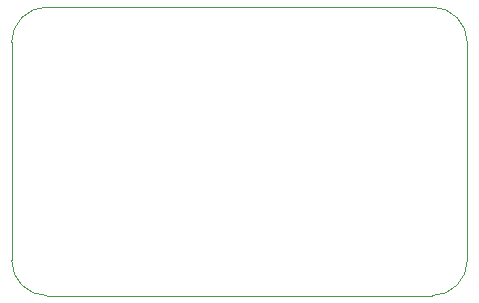
<source format=gbr>
%TF.GenerationSoftware,Altium Limited,Altium Designer,20.0.10 (225)*%
G04 Layer_Color=0*
%FSLAX26Y26*%
%MOIN*%
%TF.FileFunction,Profile,NP*%
%TF.Part,Single*%
G01*
G75*
%TA.AperFunction,Profile*%
%ADD25C,0.001000*%
D25*
X1732284Y2051220D02*
Y2776890D01*
D02*
G02*
X1850394Y2895000I118110J0D01*
G01*
Y2895000D01*
X3133465Y2895000D01*
D02*
G02*
X3251575Y2776890I0J-118110D01*
G01*
Y2051220D01*
D02*
G02*
X3133465Y1933110I-118110J0D01*
G01*
Y1933110D01*
X1850394Y1933110D01*
D02*
G02*
X1732284Y2051220I0J118110D01*
G01*
%TF.MD5,94f418d55d8ef243607dc63059d831a1*%
M02*

</source>
